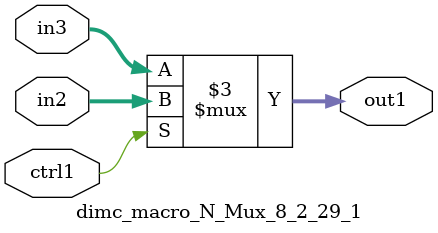
<source format=v>

`timescale 1ps / 1ps


module dimc_macro_N_Mux_8_2_29_1( in3, in2, ctrl1, out1 );

    input [7:0] in3;
    input [7:0] in2;
    input ctrl1;
    output [7:0] out1;
    reg [7:0] out1;

    
    // rtl_process:dimc_macro_N_Mux_8_2_29_1/dimc_macro_N_Mux_8_2_29_1_thread_1
    always @*
      begin : dimc_macro_N_Mux_8_2_29_1_thread_1
        case (ctrl1) 
          1'b1: 
            begin
              out1 = in2;
            end
          default: 
            begin
              out1 = in3;
            end
        endcase
      end

endmodule


</source>
